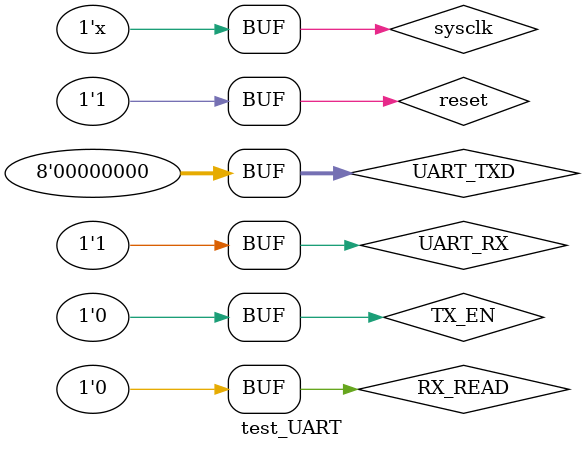
<source format=v>
`timescale 1ns / 1ps


module test_UART;

	// Inputs
	reg UART_RX;
	reg [7:0] UART_TXD;
	reg RX_READ;
	reg TX_EN;
	reg sysclk;
	reg reset;

	// Outputs
	wire UART_TX;
	wire [7:0] UART_RXD;
	wire RX_EFF;
	wire TX_STATUS;

	// Instantiate the Unit Under Test (UUT)
	UART uut (
		.UART_RX(UART_RX), 
		.UART_TX(UART_TX), 
		.UART_RXD(UART_RXD), 
		.UART_TXD(UART_TXD), 
		.RX_EFF(RX_EFF), 
		.RX_READ(RX_READ), 
		.TX_STATUS(TX_STATUS), 
		.TX_EN(TX_EN), 
		.sysclk(sysclk), 
		.reset(reset)
	);

	initial begin
		// Initialize Inputs
		UART_RX = 1;
		UART_TXD = 0;
		RX_READ = 0;
		TX_EN = 0;
		sysclk = 0;
		reset = 1;

		// Wait 100 ns for global reset to finish
		#100000;
		reset = 0;
		#1000000;
		reset = 1;
		#10000000;
		
		UART_RX = 0;
		#104166 UART_RX = 1;
		#104166 UART_RX = 0;
		#104166 UART_RX = 1;
		#104166 UART_RX = 1;
		#104166 UART_RX = 0;
		#104166 UART_RX = 1;
		#104166 UART_RX = 0;
		#104166 UART_RX = 0;
		#104166 UART_RX = 1;
		
		#104166 UART_RX = 0;
		#104166 UART_RX = 0;
		#104166 UART_RX = 1;
		#104166 UART_RX = 1;
		#104166 UART_RX = 0;
		#104166 UART_RX = 1;
		#104166 UART_RX = 1;
		#104166 UART_RX = 0;
		#104166 UART_RX = 0;
		#104166 UART_RX = 1;
        
		// Add stimulus here

	end
      
	always #5 sysclk = ~sysclk;
endmodule


</source>
